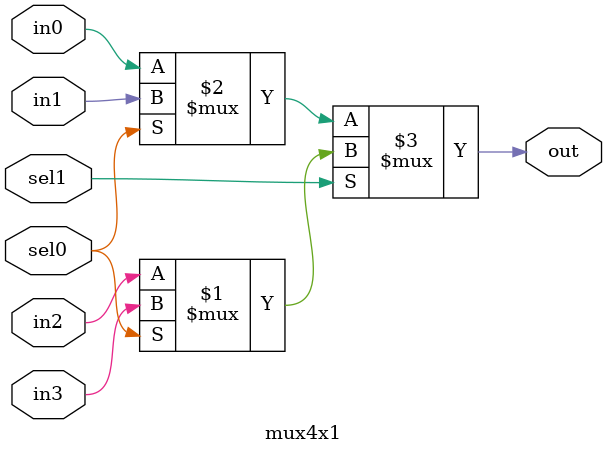
<source format=v>
`timescale 1ns / 1ps
module mux4x1 (
		out,
		in0,
		in1,
		in2,
		in3,
		sel1,
		sel0
);

output out;
input in0,in1,in2,in3;
input sel1,sel0;

assign out = sel1 ? (sel0 ? in3 : in2) : (sel0 ? in1 : in0);
endmodule

</source>
